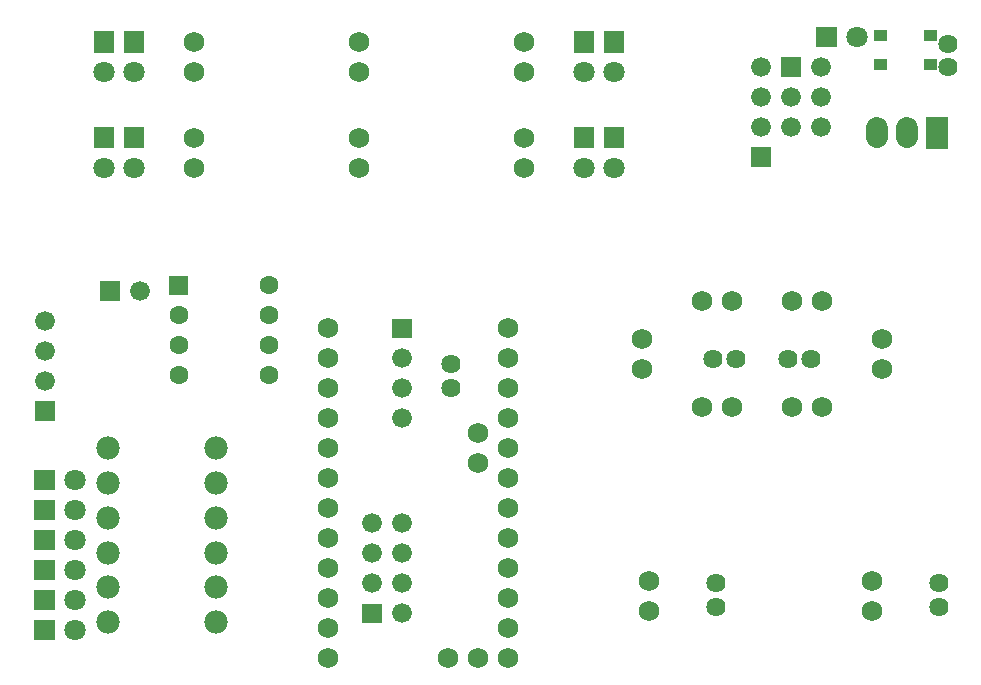
<source format=gbs>
G04 Layer: BottomSolderMaskLayer*
G04 EasyEDA v6.4.30, 2022-01-25 10:33:58*
G04 5618020f384b45728b455be9ef3c0d3f,7d3f4a13764643a7838717c5c1d40531,10*
G04 Gerber Generator version 0.2*
G04 Scale: 100 percent, Rotated: No, Reflected: No *
G04 Dimensions in inches *
G04 leading zeros omitted , absolute positions ,3 integer and 6 decimal *
%FSLAX36Y36*%
%MOIN*%

%ADD49C,0.0749*%
%ADD50C,0.0640*%
%ADD52C,0.0660*%
%ADD54C,0.0709*%
%ADD62C,0.0780*%
%ADD65C,0.0690*%
%ADD67C,0.0680*%
%ADD69C,0.0631*%

%LPD*%
D49*
X2984380Y1871541D02*
G01*
X2984380Y1903038D01*
X2884369Y1871932D02*
G01*
X2884369Y1903427D01*
D50*
G01*
X2664350Y1133119D03*
G01*
X2585649Y1133119D03*
G01*
X2414350Y1133119D03*
G01*
X2335649Y1133119D03*
G36*
X1166999Y251399D02*
G01*
X1166999Y317399D01*
X1233000Y317399D01*
X1233000Y251399D01*
G37*
D52*
G01*
X1300000Y284369D03*
G01*
X1200000Y384369D03*
G01*
X1300000Y384369D03*
G01*
X1200000Y484369D03*
G01*
X1300000Y484369D03*
G01*
X1200000Y584369D03*
G01*
X1300000Y584369D03*
G36*
X3040600Y2193000D02*
G01*
X3040600Y2230399D01*
X3083900Y2230399D01*
X3083900Y2193000D01*
G37*
G36*
X3040600Y2094600D02*
G01*
X3040600Y2131999D01*
X3083900Y2131999D01*
X3083900Y2094600D01*
G37*
G36*
X2872299Y2193000D02*
G01*
X2872299Y2230399D01*
X2915699Y2230399D01*
X2915699Y2193000D01*
G37*
G36*
X2872299Y2094600D02*
G01*
X2872299Y2131999D01*
X2915699Y2131999D01*
X2915699Y2094600D01*
G37*
D50*
G01*
X1462500Y1035650D03*
G01*
X1462500Y1114349D03*
G01*
X3090630Y384349D03*
G01*
X3090630Y305650D03*
G01*
X2346880Y384969D03*
G01*
X2346880Y306269D03*
G36*
X1266999Y1201399D02*
G01*
X1266999Y1267399D01*
X1333000Y1267399D01*
X1333000Y1201399D01*
G37*
D52*
G01*
X1300000Y1134369D03*
G01*
X1300000Y1034369D03*
G01*
X1300000Y934369D03*
G36*
X1973199Y1835199D02*
G01*
X1973199Y1906100D01*
X2039200Y1906100D01*
X2039200Y1835199D01*
G37*
D54*
G01*
X2006250Y1770619D03*
G36*
X373200Y1835199D02*
G01*
X373200Y1906100D01*
X439200Y1906100D01*
X439200Y1835199D01*
G37*
G01*
X406250Y1770619D03*
G36*
X1873199Y1835199D02*
G01*
X1873199Y1906100D01*
X1939200Y1906100D01*
X1939200Y1835199D01*
G37*
G01*
X1906250Y1770619D03*
G36*
X273200Y1835199D02*
G01*
X273200Y1906100D01*
X339200Y1906100D01*
X339200Y1835199D01*
G37*
G01*
X306250Y1770619D03*
G36*
X1973199Y2153899D02*
G01*
X1973199Y2224800D01*
X2039200Y2224800D01*
X2039200Y2153899D01*
G37*
G01*
X2006250Y2089369D03*
G36*
X373200Y2153899D02*
G01*
X373200Y2224800D01*
X439200Y2224800D01*
X439200Y2153899D01*
G37*
G01*
X406250Y2089369D03*
G36*
X1873199Y2153899D02*
G01*
X1873199Y2224800D01*
X1939200Y2224800D01*
X1939200Y2153899D01*
G37*
G01*
X1906250Y2089369D03*
G36*
X273200Y2153899D02*
G01*
X273200Y2224800D01*
X339200Y2224800D01*
X339200Y2153899D01*
G37*
G01*
X306250Y2089369D03*
G36*
X2680200Y2173200D02*
G01*
X2680200Y2239200D01*
X2751099Y2239200D01*
X2751099Y2173200D01*
G37*
G01*
X2815619Y2206250D03*
G36*
X2463900Y1773200D02*
G01*
X2463900Y1839200D01*
X2529899Y1839200D01*
X2529899Y1773200D01*
G37*
D52*
G01*
X2496880Y1906239D03*
G01*
X2496880Y2006239D03*
G01*
X2496880Y2106239D03*
G36*
X73899Y195100D02*
G01*
X73899Y261100D01*
X144800Y261100D01*
X144800Y195100D01*
G37*
D54*
G01*
X209380Y228119D03*
G36*
X73899Y295100D02*
G01*
X73899Y361100D01*
X144800Y361100D01*
X144800Y295100D01*
G37*
G01*
X209380Y328119D03*
G36*
X76399Y926399D02*
G01*
X76399Y992399D01*
X142399Y992399D01*
X142399Y926399D01*
G37*
D52*
G01*
X109380Y1059369D03*
G01*
X109380Y1159369D03*
G01*
X109380Y1259369D03*
G36*
X3046899Y1834099D02*
G01*
X3046899Y1940500D01*
X3121800Y1940500D01*
X3121800Y1834099D01*
G37*
D50*
G01*
X3121880Y2104400D03*
G01*
X3121880Y2183099D03*
G36*
X295100Y1326399D02*
G01*
X295100Y1392399D01*
X361100Y1392399D01*
X361100Y1326399D01*
G37*
D52*
G01*
X428130Y1359369D03*
G01*
X2696890Y1906250D03*
G01*
X2596890Y1906250D03*
G01*
X2696890Y2006250D03*
G01*
X2596890Y2006250D03*
G01*
X2696890Y2106250D03*
G36*
X2563900Y2073200D02*
G01*
X2563900Y2139200D01*
X2629899Y2139200D01*
X2629899Y2073200D01*
G37*
D62*
G01*
X320000Y256199D03*
G01*
X680000Y256199D03*
G01*
X320000Y371900D03*
G01*
X680000Y371900D03*
G01*
X320000Y487500D03*
G01*
X680000Y487500D03*
G01*
X320000Y603099D03*
G01*
X680000Y603099D03*
G01*
X320000Y718699D03*
G01*
X680000Y718699D03*
G01*
X320000Y834400D03*
G01*
X680000Y834400D03*
D65*
G01*
X1156250Y1870619D03*
G01*
X1156250Y1770619D03*
G01*
X1156250Y2189369D03*
G01*
X1156250Y2089369D03*
G01*
X1706250Y2189369D03*
G01*
X1706250Y2089369D03*
G01*
X606250Y2189369D03*
G01*
X606250Y2089369D03*
G01*
X1706250Y1870619D03*
G01*
X1706250Y1770619D03*
G01*
X606250Y1870619D03*
G01*
X606250Y1770619D03*
G36*
X73899Y695100D02*
G01*
X73899Y761100D01*
X144800Y761100D01*
X144800Y695100D01*
G37*
D54*
G01*
X209380Y728119D03*
D67*
G01*
X1053119Y1234380D03*
G01*
X1053119Y1134380D03*
G01*
X1053119Y1034380D03*
G01*
X1053119Y934380D03*
G01*
X1053119Y834380D03*
G01*
X1053119Y734380D03*
G01*
X1053119Y634380D03*
G01*
X1053119Y534380D03*
G01*
X1053119Y434380D03*
G01*
X1053119Y334380D03*
G01*
X1053119Y234380D03*
G01*
X1053119Y134380D03*
G01*
X1653119Y134380D03*
G01*
X1653119Y234380D03*
G01*
X1653119Y334380D03*
G01*
X1653119Y434380D03*
G01*
X1653119Y534380D03*
G01*
X1653119Y634380D03*
G01*
X1653119Y734380D03*
G01*
X1653119Y834380D03*
G01*
X1653119Y934380D03*
G01*
X1653119Y1034380D03*
G01*
X1653119Y1134380D03*
G01*
X1653119Y1234380D03*
G01*
X1553119Y884380D03*
G01*
X1553119Y784380D03*
G01*
X1553119Y134380D03*
G01*
X1453119Y134380D03*
D65*
G01*
X2125000Y393750D03*
G01*
X2125000Y293750D03*
G01*
X2868750Y393750D03*
G01*
X2868750Y293750D03*
G36*
X73899Y395100D02*
G01*
X73899Y461100D01*
X144800Y461100D01*
X144800Y395100D01*
G37*
D54*
G01*
X209380Y428119D03*
G36*
X73899Y495100D02*
G01*
X73899Y561100D01*
X144800Y561100D01*
X144800Y495100D01*
G37*
G01*
X209380Y528119D03*
G36*
X73899Y595100D02*
G01*
X73899Y661100D01*
X144800Y661100D01*
X144800Y595100D01*
G37*
G01*
X209380Y628119D03*
G36*
X524699Y1346599D02*
G01*
X524699Y1409699D01*
X587800Y1409699D01*
X587800Y1346599D01*
G37*
D69*
G01*
X556250Y1278119D03*
G01*
X556250Y1178119D03*
G01*
X556250Y1078119D03*
G01*
X856250Y1378119D03*
G01*
X856250Y1278119D03*
G01*
X856250Y1178119D03*
G01*
X856250Y1078119D03*
D65*
G01*
X2700000Y971869D03*
G01*
X2600000Y971869D03*
G01*
X2600000Y1325000D03*
G01*
X2700000Y1325000D03*
G01*
X2100000Y1198750D03*
G01*
X2100000Y1098750D03*
G01*
X2400000Y1325000D03*
G01*
X2300000Y1325000D03*
G01*
X2900000Y1198750D03*
G01*
X2900000Y1098750D03*
G01*
X2400000Y971869D03*
G01*
X2300000Y971869D03*
M02*

</source>
